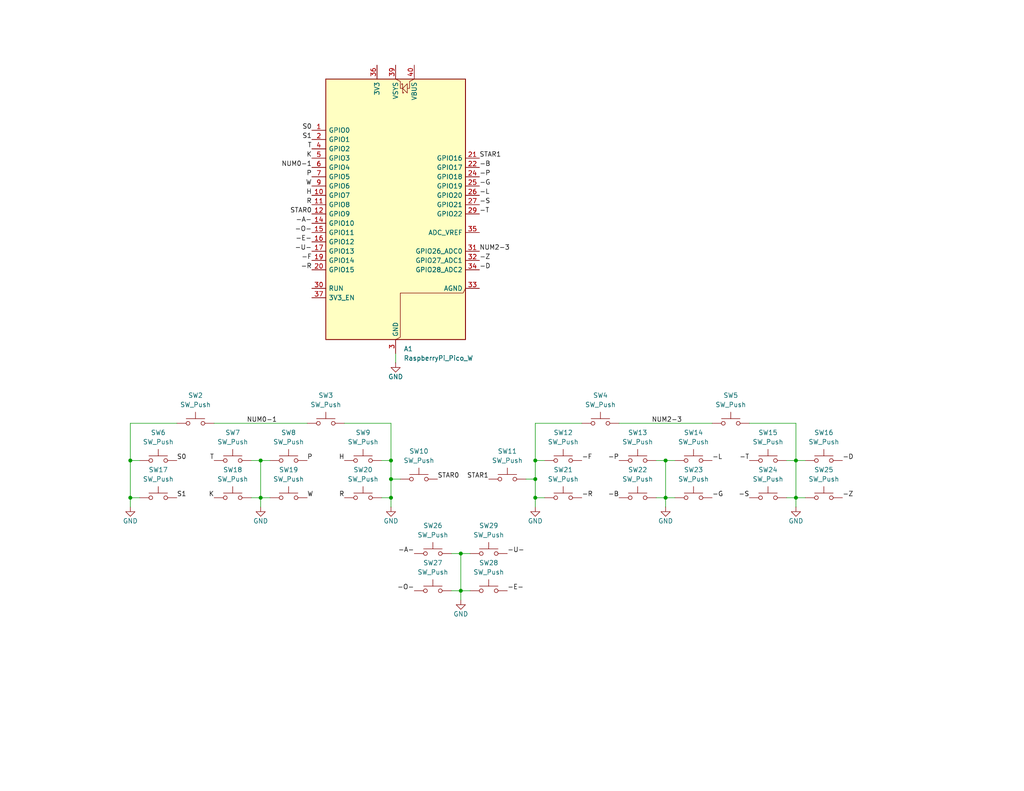
<source format=kicad_sch>
(kicad_sch (version 20231120) (generator "eeschema") (generator_version "8.0")
  (paper "USLetter")
  (title_block (title "Steno Keyboard") (date "2024-07-29") (rev "0.1") (company "Nicolas Landucci"))
  (lib_symbols
    (symbol "PiPico:RaspberryPi_Pico_W" (pin_names (offset 0.762))
      (property "Reference" "A" (at -19.05 38.1 0))
      (property "Value" "RaspberryPi_Pico_W" (at 7.62 38.1 0))
      (symbol "RaspberryPi_Pico_W_0_1"
        (rectangle (start -19.05 36.83) (end 19.05 -34.29) (stroke (width 0.254)) (fill (type background)))
        (polyline (pts (xy 0 36.83) (xy 1.27 36.195) (xy 1.27 34.29) (xy 1.905 34.29)))
        (polyline (pts (xy 1.905 34.29) (xy 3.175 35.56) (xy 3.175 33.02) (xy 1.905 34.29)))
        (polyline (pts (xy 5.08 36.83) (xy 3.81 36.195) (xy 3.81 34.29) (xy 3.175 34.29)))
        (polyline (pts (xy 0 -34.29) (xy 1.27 -33.655) (xy 1.27 -21.59) (xy 18.415 -21.59) (xy 19.05 -20.32)))
        (polyline (pts (xy 1.651 35.306) (xy 1.651 35.56) (xy 1.905 35.56) (xy 1.905 33.02) (xy 2.159 33.02) (xy 2.159 33.274)))
      )
      (symbol "RaspberryPi_Pico_W_1_1"
        (pin bidirectional line (at -22.86 22.86 0) (length 3.81) (name "GPIO0") (number "1"))
        (pin bidirectional line (at -22.86 5.08 0) (length 3.81) (name "GPIO7") (number "10"))
        (pin bidirectional line (at -22.86 2.54 0) (length 3.81) (name "GPIO8") (number "11"))
        (pin bidirectional line (at -22.86 0 0) (length 3.81) (name "GPIO9") (number "12"))
        (pin passive line (at 0 -38.1 90) (length 3.81) hide (name "GND") (number "13"))
        (pin bidirectional line (at -22.86 -2.54 0) (length 3.81) (name "GPIO10") (number "14"))
        (pin bidirectional line (at -22.86 -5.08 0) (length 3.81) (name "GPIO11") (number "15"))
        (pin bidirectional line (at -22.86 -7.62 0) (length 3.81) (name "GPIO12") (number "16"))
        (pin bidirectional line (at -22.86 -10.16 0) (length 3.81) (name "GPIO13") (number "17"))
        (pin passive line (at 0 -38.1 90) (length 3.81) hide (name "GND") (number "18"))
        (pin bidirectional line (at -22.86 -12.7 0) (length 3.81) (name "GPIO14") (number "19"))
        (pin bidirectional line (at -22.86 20.32 0) (length 3.81) (name "GPIO1") (number "2"))
        (pin bidirectional line (at -22.86 -15.24 0) (length 3.81) (name "GPIO15") (number "20"))
        (pin bidirectional line (at 22.86 15.24 180) (length 3.81) (name "GPIO16") (number "21"))
        (pin bidirectional line (at 22.86 12.7 180) (length 3.81) (name "GPIO17") (number "22"))
        (pin passive line (at 0 -38.1 90) (length 3.81) hide (name "GND") (number "23"))
        (pin bidirectional line (at 22.86 10.16 180) (length 3.81) (name "GPIO18") (number "24"))
        (pin bidirectional line (at 22.86 7.62 180) (length 3.81) (name "GPIO19") (number "25"))
        (pin bidirectional line (at 22.86 5.08 180) (length 3.81) (name "GPIO20") (number "26"))
        (pin bidirectional line (at 22.86 2.54 180) (length 3.81) (name "GPIO21") (number "27"))
        (pin passive line (at 0 -38.1 90) (length 3.81) hide (name "GND") (number "28"))
        (pin bidirectional line (at 22.86 0 180) (length 3.81) (name "GPIO22") (number "29"))
        (pin power_out line (at 0 -38.1 90) (length 3.81) (name "GND") (number "3"))
        (pin input line (at -22.86 -20.32 0) (length 3.81) (name "RUN") (number "30"))
        (pin bidirectional line (at 22.86 -10.16 180) (length 3.81) (name "GPIO26_ADC0") (number "31"))
        (pin bidirectional line (at 22.86 -12.7 180) (length 3.81) (name "GPIO27_ADC1") (number "32"))
        (pin power_out line (at 22.86 -20.32 180) (length 3.81) (name "AGND") (number "33"))
        (pin bidirectional line (at 22.86 -15.24 180) (length 3.81) (name "GPIO28_ADC2") (number "34"))
        (pin power_in line (at 22.86 -5.08 180) (length 3.81) (name "ADC_VREF") (number "35"))
        (pin power_out line (at -5.08 40.64 270) (length 3.81) (name "3V3") (number "36"))
        (pin input line (at -22.86 -22.86 0) (length 3.81) (name "3V3_EN") (number "37"))
        (pin passive line (at 0 -38.1 90) (length 3.81) hide (name "GND") (number "38"))
        (pin power_in line (at 0 40.64 270) (length 3.81) (name "VSYS") (number "39"))
        (pin bidirectional line (at -22.86 17.78 0) (length 3.81) (name "GPIO2") (number "4"))
        (pin power_out line (at 5.08 40.64 270) (length 3.81) (name "VBUS") (number "40"))
        (pin bidirectional line (at -22.86 15.24 0) (length 3.81) (name "GPIO3") (number "5"))
        (pin bidirectional line (at -22.86 12.7 0) (length 3.81) (name "GPIO4") (number "6"))
        (pin bidirectional line (at -22.86 10.16 0) (length 3.81) (name "GPIO5") (number "7"))
        (pin passive line (at 0 -38.1 90) (length 3.81) hide (name "GND") (number "8"))
        (pin bidirectional line (at -22.86 7.62 0) (length 3.81) (name "GPIO6") (number "9"))
      )
    )
    (symbol "Switch:SW_Push" (pin_numbers hide) (pin_names (offset 1.016) hide)
      (property "Reference" "SW" (at 1.27 2.54 0))
      (property "Value" "SW_Push" (at 0 -1.524 0))
      (symbol "SW_Push_0_1"
        (circle (center -2.032 0) (radius 0.508))
        (polyline (pts (xy 0 1.27) (xy 0 3.048)))
        (polyline (pts (xy 2.54 1.27) (xy -2.54 1.27)))
        (circle (center 2.032 0) (radius 0.508))
        (pin passive line (at -5.08 0 0) (length 2.54) (name "1") (number "1"))
        (pin passive line (at 5.08 0 180) (length 2.54) (name "2") (number "2"))
      )
    )
    (symbol "power:GND" (power) (pin_numbers hide) (pin_names (offset 0) hide)
      (property "Value" "GND" (at 0 -3.81 0))
      (symbol "GND_0_1"
        (polyline (pts (xy 0 0) (xy 0 -1.27) (xy 1.27 -1.27) (xy 0 -2.54) (xy -1.27 -1.27) (xy 0 -1.27)))
      )
      (symbol "GND_1_1"
        (pin power_in line (at 0 0 270) (length 0) (name "~") (number "1"))
      )
    )
  )
  (junction (at 35.56 125.73))
  (junction (at 125.73 161.29))
  (junction (at 146.05 130.81))
  (junction (at 146.05 125.73))
  (junction (at 217.17 125.73))
  (junction (at 106.68 125.73))
  (junction (at 71.12 135.89))
  (junction (at 35.56 135.89))
  (junction (at 106.68 130.81))
  (junction (at 181.61 125.73))
  (junction (at 71.12 125.73))
  (junction (at 146.05 135.89))
  (junction (at 181.61 135.89))
  (junction (at 217.17 135.89))
  (junction (at 106.68 135.89))
  (junction (at 125.73 151.13))
  (wire (pts (xy 168.91 115.57) (xy 194.31 115.57)))
  (wire (pts (xy 71.12 125.73) (xy 73.66 125.73)))
  (wire (pts (xy 214.63 135.89) (xy 217.17 135.89)))
  (wire (pts (xy 35.56 115.57) (xy 35.56 125.73)))
  (wire (pts (xy 125.73 161.29) (xy 128.27 161.29)))
  (wire (pts (xy 93.98 115.57) (xy 106.68 115.57)))
  (wire (pts (xy 181.61 125.73) (xy 184.15 125.73)))
  (wire (pts (xy 146.05 115.57) (xy 146.05 125.73)))
  (wire (pts (xy 123.19 161.29) (xy 125.73 161.29)))
  (wire (pts (xy 104.14 135.89) (xy 106.68 135.89)))
  (wire (pts (xy 146.05 135.89) (xy 146.05 138.43)))
  (wire (pts (xy 106.68 135.89) (xy 106.68 138.43)))
  (wire (pts (xy 106.68 115.57) (xy 106.68 125.73)))
  (wire (pts (xy 214.63 125.73) (xy 217.17 125.73)))
  (wire (pts (xy 146.05 125.73) (xy 146.05 130.81)))
  (wire (pts (xy 146.05 115.57) (xy 158.75 115.57)))
  (wire (pts (xy 38.1 125.73) (xy 35.56 125.73)))
  (wire (pts (xy 125.73 151.13) (xy 125.73 161.29)))
  (wire (pts (xy 106.68 130.81) (xy 106.68 135.89)))
  (wire (pts (xy 179.07 135.89) (xy 181.61 135.89)))
  (wire (pts (xy 35.56 125.73) (xy 35.56 135.89)))
  (wire (pts (xy 181.61 135.89) (xy 181.61 138.43)))
  (wire (pts (xy 146.05 130.81) (xy 143.51 130.81)))
  (wire (pts (xy 148.59 125.73) (xy 146.05 125.73)))
  (wire (pts (xy 58.42 115.57) (xy 83.82 115.57)))
  (wire (pts (xy 179.07 125.73) (xy 181.61 125.73)))
  (wire (pts (xy 71.12 125.73) (xy 71.12 135.89)))
  (wire (pts (xy 181.61 135.89) (xy 184.15 135.89)))
  (wire (pts (xy 106.68 130.81) (xy 109.22 130.81)))
  (wire (pts (xy 148.59 135.89) (xy 146.05 135.89)))
  (wire (pts (xy 35.56 138.43) (xy 35.56 135.89)))
  (wire (pts (xy 104.14 125.73) (xy 106.68 125.73)))
  (wire (pts (xy 217.17 135.89) (xy 219.71 135.89)))
  (wire (pts (xy 123.19 151.13) (xy 125.73 151.13)))
  (wire (pts (xy 48.26 115.57) (xy 35.56 115.57)))
  (wire (pts (xy 217.17 135.89) (xy 217.17 138.43)))
  (wire (pts (xy 106.68 125.73) (xy 106.68 130.81)))
  (wire (pts (xy 71.12 135.89) (xy 71.12 138.43)))
  (wire (pts (xy 217.17 115.57) (xy 217.17 125.73)))
  (wire (pts (xy 71.12 135.89) (xy 73.66 135.89)))
  (wire (pts (xy 181.61 125.73) (xy 181.61 135.89)))
  (wire (pts (xy 107.95 96.52) (xy 107.95 99.06)))
  (wire (pts (xy 68.58 125.73) (xy 71.12 125.73)))
  (wire (pts (xy 146.05 130.81) (xy 146.05 135.89)))
  (wire (pts (xy 217.17 125.73) (xy 217.17 135.89)))
  (wire (pts (xy 35.56 135.89) (xy 38.1 135.89)))
  (wire (pts (xy 217.17 125.73) (xy 219.71 125.73)))
  (wire (pts (xy 125.73 161.29) (xy 125.73 163.83)))
  (wire (pts (xy 68.58 135.89) (xy 71.12 135.89)))
  (wire (pts (xy 125.73 151.13) (xy 128.27 151.13)))
  (wire (pts (xy 204.47 115.57) (xy 217.17 115.57)))
  (label "-B" (at 130.81 45.72 0))
  (label "S1" (at 48.26 135.89 0))
  (label "-P" (at 168.91 125.73 180))
  (label "S1" (at 85.09 38.1 180))
  (label "-L" (at 194.31 125.73 0))
  (label "-S" (at 204.47 135.89 180))
  (label "W" (at 83.82 135.89 0))
  (label "-Z" (at 130.81 71.12 0))
  (label "-E-" (at 138.43 161.29 0))
  (label "-T" (at 204.47 125.73 180))
  (label "S0" (at 85.09 35.56 180))
  (label "STAR1" (at 130.81 43.18 0))
  (label "STAR1" (at 133.35 130.81 180))
  (label "STAR0" (at 119.38 130.81 0))
  (label "NUM0-1" (at 85.09 45.72 180))
  (label "-Z" (at 229.87 135.89 0))
  (label "-A-" (at 85.09 60.96 180))
  (label "H" (at 85.09 53.34 180))
  (label "-D" (at 130.81 73.66 0))
  (label "-P" (at 130.81 48.26 0))
  (label "W" (at 85.09 50.8 180))
  (label "H" (at 93.98 125.73 180))
  (label "NUM2-3" (at 177.8 115.57 0))
  (label "-D" (at 229.87 125.73 0))
  (label "-U-" (at 138.43 151.13 0))
  (label "-S" (at 130.81 55.88 0))
  (label "-T" (at 130.81 58.42 0))
  (label "P" (at 85.09 48.26 180))
  (label "-E-" (at 85.09 66.04 180))
  (label "K" (at 58.42 135.89 180))
  (label "NUM2-3" (at 130.81 68.58 0))
  (label "-B" (at 168.91 135.89 180))
  (label "-G" (at 194.31 135.89 0))
  (label "STAR0" (at 85.09 58.42 180))
  (label "-O-" (at 113.03 161.29 180))
  (label "-O-" (at 85.09 63.5 180))
  (label "-L" (at 130.81 53.34 0))
  (label "-U-" (at 85.09 68.58 180))
  (label "T" (at 85.09 40.64 180))
  (label "-R" (at 158.75 135.89 0))
  (label "P" (at 83.82 125.73 0))
  (label "S0" (at 48.26 125.73 0))
  (label "T" (at 58.42 125.73 180))
  (label "NUM0-1" (at 67.31 115.57 0))
  (label "-F" (at 158.75 125.73 0))
  (label "R" (at 85.09 55.88 180))
  (label "R" (at 93.98 135.89 180))
  (label "-R" (at 85.09 73.66 180))
  (label "-A-" (at 113.03 151.13 180))
  (label "K" (at 85.09 43.18 180))
  (label "-G" (at 130.81 50.8 0))
  (label "-F" (at 85.09 71.12 180))
  (symbol (lib_id "PiPico:RaspberryPi_Pico_W") (at 107.95 58.42 0) (unit 1)
    (property "Reference" "A1" (at 110.1441 95.25 0) (effects (justify left)))
    (property "Value" "RaspberryPi_Pico_W" (at 110.1441 97.79 0) (effects (justify left)))
    (property "Footprint" "PiPico:RaspberryPi_Pico_Common" (effects (hide yes)))
    (property "Datasheet" "https://datasheets.raspberrypi.com/picow/pico-w-datasheet.pdf" (effects (hide yes)))
    (property "Description" "Versatile and inexpensive wireless microcontroller module powered by RP2040 dual-core Arm Cortex-M0+ processor up to 133 MHz, 264kB SRAM, 2MB QSPI flash, Infineon CYW43439 2.4GHz 802.11n wireless LAN" (effects (hide yes)))
  )
  (symbol (lib_id "Switch:SW_Push") (at 88.9 115.57 0) (mirror y) (unit 1)
    (property "Reference" "SW3" (at 88.9 107.95 0))
    (property "Value" "SW_Push" (at 88.9 110.49 0))
    (property "Footprint" "MX_2U_Modified:SW_Cherry_MX_2.00u_PCB" (effects (hide yes)))
    (property "Description" "Push button switch, generic, two pins" (effects (hide yes)))
  )
  (symbol (lib_id "Switch:SW_Push") (at 209.55 135.89 0) (mirror y) (unit 1)
    (property "Reference" "SW24" (at 209.55 128.27 0))
    (property "Value" "SW_Push" (at 209.55 130.81 0))
    (property "Footprint" "Button_Switch_Keyboard:SW_Cherry_MX_1.00u_PCB" (effects (hide yes)))
    (property "Description" "Push button switch, generic, two pins" (effects (hide yes)))
  )
  (symbol (lib_id "Switch:SW_Push") (at 78.74 125.73 0) (unit 1)
    (property "Reference" "SW8" (at 78.74 118.11 0))
    (property "Value" "SW_Push" (at 78.74 120.65 0))
    (property "Footprint" "Button_Switch_Keyboard:SW_Cherry_MX_1.00u_PCB" (effects (hide yes)))
    (property "Description" "Push button switch, generic, two pins" (effects (hide yes)))
  )
  (symbol (lib_id "Switch:SW_Push") (at 189.23 135.89 0) (unit 1)
    (property "Reference" "SW23" (at 189.23 128.27 0))
    (property "Value" "SW_Push" (at 189.23 130.81 0))
    (property "Footprint" "Button_Switch_Keyboard:SW_Cherry_MX_1.00u_PCB" (effects (hide yes)))
    (property "Description" "Push button switch, generic, two pins" (effects (hide yes)))
  )
  (symbol (lib_id "Switch:SW_Push") (at 114.3 130.81 0) (unit 1)
    (property "Reference" "SW10" (at 114.3 123.19 0))
    (property "Value" "SW_Push" (at 114.3 125.73 0))
    (property "Footprint" "MX_2U_Modified:SW_Cherry_MX_2.00u_PCB" (effects (hide yes)))
    (property "Description" "Push button switch, generic, two pins" (effects (hide yes)))
  )
  (symbol (lib_id "power:GND") (at 146.05 138.43 0) (mirror y) (unit 1)
    (property "Reference" "#PWR04" (effects (hide yes)))
    (property "Value" "GND" (at 146.05 142.24 0))
    (property "Description" "Power symbol creates a global label with name \"GND\" , ground" (effects (hide yes)))
  )
  (symbol (lib_id "Switch:SW_Push") (at 138.43 130.81 0) (mirror y) (unit 1)
    (property "Reference" "SW11" (at 138.43 123.19 0))
    (property "Value" "SW_Push" (at 138.43 125.73 0))
    (property "Footprint" "MX_2U_Modified:SW_Cherry_MX_2.00u_PCB" (effects (hide yes)))
    (property "Description" "Push button switch, generic, two pins" (effects (hide yes)))
  )
  (symbol (lib_id "Switch:SW_Push") (at 153.67 125.73 0) (unit 1)
    (property "Reference" "SW12" (at 153.67 118.11 0))
    (property "Value" "SW_Push" (at 153.67 120.65 0))
    (property "Footprint" "Button_Switch_Keyboard:SW_Cherry_MX_1.00u_PCB" (effects (hide yes)))
    (property "Description" "Push button switch, generic, two pins" (effects (hide yes)))
  )
  (symbol (lib_id "Switch:SW_Push") (at 118.11 161.29 0) (mirror y) (unit 1)
    (property "Reference" "SW27" (at 118.11 153.67 0))
    (property "Value" "SW_Push" (at 118.11 156.21 0))
    (property "Footprint" "Button_Switch_Keyboard:SW_Cherry_MX_1.00u_PCB" (effects (hide yes)))
    (property "Description" "Push button switch, generic, two pins" (effects (hide yes)))
  )
  (symbol (lib_id "Switch:SW_Push") (at 99.06 135.89 0) (mirror y) (unit 1)
    (property "Reference" "SW20" (at 99.06 128.27 0))
    (property "Value" "SW_Push" (at 99.06 130.81 0))
    (property "Footprint" "Button_Switch_Keyboard:SW_Cherry_MX_1.00u_PCB" (effects (hide yes)))
    (property "Description" "Push button switch, generic, two pins" (effects (hide yes)))
  )
  (symbol (lib_id "Switch:SW_Push") (at 63.5 125.73 0) (mirror y) (unit 1)
    (property "Reference" "SW7" (at 63.5 118.11 0))
    (property "Value" "SW_Push" (at 63.5 120.65 0))
    (property "Footprint" "Button_Switch_Keyboard:SW_Cherry_MX_1.00u_PCB" (effects (hide yes)))
    (property "Description" "Push button switch, generic, two pins" (effects (hide yes)))
  )
  (symbol (lib_id "Switch:SW_Push") (at 118.11 151.13 0) (mirror y) (unit 1)
    (property "Reference" "SW26" (at 118.11 143.51 0))
    (property "Value" "SW_Push" (at 118.11 146.05 0))
    (property "Footprint" "Button_Switch_Keyboard:SW_Cherry_MX_1.00u_PCB" (effects (hide yes)))
    (property "Description" "Push button switch, generic, two pins" (effects (hide yes)))
  )
  (symbol (lib_id "Switch:SW_Push") (at 63.5 135.89 0) (mirror y) (unit 1)
    (property "Reference" "SW18" (at 63.5 128.27 0))
    (property "Value" "SW_Push" (at 63.5 130.81 0))
    (property "Footprint" "Button_Switch_Keyboard:SW_Cherry_MX_1.00u_PCB" (effects (hide yes)))
    (property "Description" "Push button switch, generic, two pins" (effects (hide yes)))
  )
  (symbol (lib_id "Switch:SW_Push") (at 43.18 125.73 0) (unit 1)
    (property "Reference" "SW6" (at 43.18 118.11 0))
    (property "Value" "SW_Push" (at 43.18 120.65 0))
    (property "Footprint" "Button_Switch_Keyboard:SW_Cherry_MX_1.00u_PCB" (effects (hide yes)))
    (property "Description" "Push button switch, generic, two pins" (effects (hide yes)))
  )
  (symbol (lib_id "Switch:SW_Push") (at 133.35 161.29 0) (unit 1)
    (property "Reference" "SW28" (at 133.35 153.67 0))
    (property "Value" "SW_Push" (at 133.35 156.21 0))
    (property "Footprint" "Button_Switch_Keyboard:SW_Cherry_MX_1.00u_PCB" (effects (hide yes)))
    (property "Description" "Push button switch, generic, two pins" (effects (hide yes)))
  )
  (symbol (lib_id "Switch:SW_Push") (at 99.06 125.73 0) (mirror y) (unit 1)
    (property "Reference" "SW9" (at 99.06 118.11 0))
    (property "Value" "SW_Push" (at 99.06 120.65 0))
    (property "Footprint" "Button_Switch_Keyboard:SW_Cherry_MX_1.00u_PCB" (effects (hide yes)))
    (property "Description" "Push button switch, generic, two pins" (effects (hide yes)))
  )
  (symbol (lib_id "Switch:SW_Push") (at 209.55 125.73 0) (mirror y) (unit 1)
    (property "Reference" "SW15" (at 209.55 118.11 0))
    (property "Value" "SW_Push" (at 209.55 120.65 0))
    (property "Footprint" "Button_Switch_Keyboard:SW_Cherry_MX_1.00u_PCB" (effects (hide yes)))
    (property "Description" "Push button switch, generic, two pins" (effects (hide yes)))
  )
  (symbol (lib_id "Switch:SW_Push") (at 189.23 125.73 0) (unit 1)
    (property "Reference" "SW14" (at 189.23 118.11 0))
    (property "Value" "SW_Push" (at 189.23 120.65 0))
    (property "Footprint" "Button_Switch_Keyboard:SW_Cherry_MX_1.00u_PCB" (effects (hide yes)))
    (property "Description" "Push button switch, generic, two pins" (effects (hide yes)))
  )
  (symbol (lib_id "power:GND") (at 217.17 138.43 0) (unit 1)
    (property "Reference" "#PWR05" (effects (hide yes)))
    (property "Value" "GND" (at 217.17 142.24 0))
    (property "Description" "Power symbol creates a global label with name \"GND\" , ground" (effects (hide yes)))
  )
  (symbol (lib_id "Switch:SW_Push") (at 78.74 135.89 0) (unit 1)
    (property "Reference" "SW19" (at 78.74 128.27 0))
    (property "Value" "SW_Push" (at 78.74 130.81 0))
    (property "Footprint" "Button_Switch_Keyboard:SW_Cherry_MX_1.00u_PCB" (effects (hide yes)))
    (property "Description" "Push button switch, generic, two pins" (effects (hide yes)))
  )
  (symbol (lib_id "Switch:SW_Push") (at 224.79 135.89 0) (unit 1)
    (property "Reference" "SW25" (at 224.79 128.27 0))
    (property "Value" "SW_Push" (at 224.79 130.81 0))
    (property "Footprint" "Button_Switch_Keyboard:SW_Cherry_MX_1.00u_PCB" (effects (hide yes)))
    (property "Description" "Push button switch, generic, two pins" (effects (hide yes)))
  )
  (symbol (lib_id "Switch:SW_Push") (at 153.67 135.89 0) (unit 1)
    (property "Reference" "SW21" (at 153.67 128.27 0))
    (property "Value" "SW_Push" (at 153.67 130.81 0))
    (property "Footprint" "Button_Switch_Keyboard:SW_Cherry_MX_1.00u_PCB" (effects (hide yes)))
    (property "Description" "Push button switch, generic, two pins" (effects (hide yes)))
  )
  (symbol (lib_id "Switch:SW_Push") (at 133.35 151.13 0) (unit 1)
    (property "Reference" "SW29" (at 133.35 143.51 0))
    (property "Value" "SW_Push" (at 133.35 146.05 0))
    (property "Footprint" "Button_Switch_Keyboard:SW_Cherry_MX_1.00u_PCB" (effects (hide yes)))
    (property "Description" "Push button switch, generic, two pins" (effects (hide yes)))
  )
  (symbol (lib_id "Switch:SW_Push") (at 199.39 115.57 0) (mirror y) (unit 1)
    (property "Reference" "SW5" (at 199.39 107.95 0))
    (property "Value" "SW_Push" (at 199.39 110.49 0))
    (property "Footprint" "MX_2U_Modified:SW_Cherry_MX_2.00u_PCB" (effects (hide yes)))
    (property "Description" "Push button switch, generic, two pins" (effects (hide yes)))
  )
  (symbol (lib_id "power:GND") (at 125.73 163.83 0) (unit 1)
    (property "Reference" "#PWR07" (effects (hide yes)))
    (property "Value" "GND" (at 125.73 167.64 0))
    (property "Description" "Power symbol creates a global label with name \"GND\" , ground" (effects (hide yes)))
  )
  (symbol (lib_id "power:GND") (at 106.68 138.43 0) (unit 1)
    (property "Reference" "#PWR02" (effects (hide yes)))
    (property "Value" "GND" (at 106.68 142.24 0))
    (property "Description" "Power symbol creates a global label with name \"GND\" , ground" (effects (hide yes)))
  )
  (symbol (lib_id "Switch:SW_Push") (at 173.99 135.89 0) (mirror y) (unit 1)
    (property "Reference" "SW22" (at 173.99 128.27 0))
    (property "Value" "SW_Push" (at 173.99 130.81 0))
    (property "Footprint" "Button_Switch_Keyboard:SW_Cherry_MX_1.00u_PCB" (effects (hide yes)))
    (property "Description" "Push button switch, generic, two pins" (effects (hide yes)))
  )
  (symbol (lib_id "Switch:SW_Push") (at 43.18 135.89 0) (unit 1)
    (property "Reference" "SW17" (at 43.18 128.27 0))
    (property "Value" "SW_Push" (at 43.18 130.81 0))
    (property "Footprint" "Button_Switch_Keyboard:SW_Cherry_MX_1.00u_PCB" (effects (hide yes)))
    (property "Description" "Push button switch, generic, two pins" (effects (hide yes)))
  )
  (symbol (lib_id "Switch:SW_Push") (at 224.79 125.73 0) (unit 1)
    (property "Reference" "SW16" (at 224.79 118.11 0))
    (property "Value" "SW_Push" (at 224.79 120.65 0))
    (property "Footprint" "Button_Switch_Keyboard:SW_Cherry_MX_1.00u_PCB" (effects (hide yes)))
    (property "Description" "Push button switch, generic, two pins" (effects (hide yes)))
  )
  (symbol (lib_id "power:GND") (at 35.56 138.43 0) (unit 1)
    (property "Reference" "#PWR01" (effects (hide yes)))
    (property "Value" "GND" (at 35.56 142.24 0))
    (property "Description" "Power symbol creates a global label with name \"GND\" , ground" (effects (hide yes)))
  )
  (symbol (lib_id "Switch:SW_Push") (at 163.83 115.57 0) (unit 1)
    (property "Reference" "SW4" (at 163.83 107.95 0))
    (property "Value" "SW_Push" (at 163.83 110.49 0))
    (property "Footprint" "MX_2U_Modified:SW_Cherry_MX_2.00u_PCB" (effects (hide yes)))
    (property "Description" "Push button switch, generic, two pins" (effects (hide yes)))
  )
  (symbol (lib_id "power:GND") (at 71.12 138.43 0) (unit 1)
    (property "Reference" "#PWR03" (effects (hide yes)))
    (property "Value" "GND" (at 71.12 142.24 0))
    (property "Description" "Power symbol creates a global label with name \"GND\" , ground" (effects (hide yes)))
  )
  (symbol (lib_id "power:GND") (at 181.61 138.43 0) (unit 1)
    (property "Reference" "#PWR06" (effects (hide yes)))
    (property "Value" "GND" (at 181.61 142.24 0))
    (property "Description" "Power symbol creates a global label with name \"GND\" , ground" (effects (hide yes)))
  )
  (symbol (lib_id "Switch:SW_Push") (at 173.99 125.73 0) (mirror y) (unit 1)
    (property "Reference" "SW13" (at 173.99 118.11 0))
    (property "Value" "SW_Push" (at 173.99 120.65 0))
    (property "Footprint" "Button_Switch_Keyboard:SW_Cherry_MX_1.00u_PCB" (effects (hide yes)))
    (property "Description" "Push button switch, generic, two pins" (effects (hide yes)))
  )
  (symbol (lib_id "Switch:SW_Push") (at 53.34 115.57 0) (unit 1)
    (property "Reference" "SW2" (at 53.34 107.95 0))
    (property "Value" "SW_Push" (at 53.34 110.49 0))
    (property "Footprint" "MX_2U_Modified:SW_Cherry_MX_2.00u_PCB" (effects (hide yes)))
    (property "Description" "Push button switch, generic, two pins" (effects (hide yes)))
  )
  (symbol (lib_id "power:GND") (at 107.95 99.06 0) (unit 1)
    (property "Reference" "#PWR08" (effects (hide yes)))
    (property "Value" "GND" (at 107.95 102.87 0))
    (property "Description" "Power symbol creates a global label with name \"GND\" , ground" (effects (hide yes)))
  )
)
</source>
